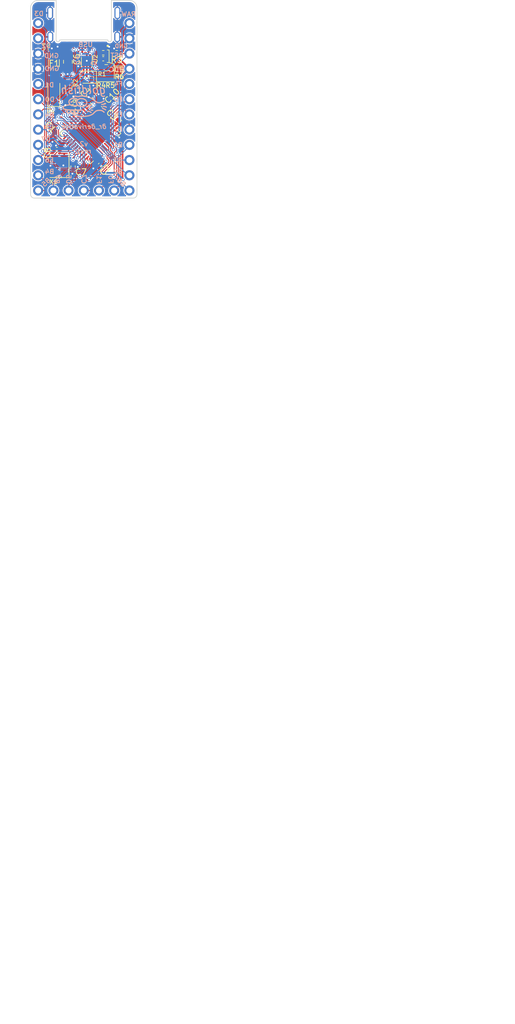
<source format=kicad_pcb>
(kicad_pcb (version 20221018) (generator pcbnew)
  (title_block (title "Goldfish v2") (date "2022-05-24") (rev "0"))
  (layers (0 "F.Cu" signal) (31 "B.Cu" signal) (34 "B.Paste" user) (35 "F.Paste" user) (36 "B.SilkS" user "B.Silkscreen") (37 "F.SilkS" user "F.Silkscreen") (38 "B.Mask" user) (39 "F.Mask" user) (44 "Edge.Cuts" user))
  (net 0 "")
  (net 1 "VCC")
  (net 2 "GND")
  (net 3 "VBUS")
  (net 4 "Net-(U1-XTAL1)")
  (net 5 "Net-(U1-XTAL2)")
  (net 6 "/D+")
  (net 7 "/D-")
  (net 8 "Net-(U1-UCAP)")
  (net 9 "Net-(U1-AREF)")
  (net 10 "/~{RESET}")
  (net 11 "/PF4")
  (net 12 "/PF5")
  (net 13 "/PF6")
  (net 14 "/PF7")
  (net 15 "/PB1")
  (net 16 "/PB3")
  (net 17 "/PB2")
  (net 18 "/PB6")
  (net 19 "/PB5")
  (net 20 "/PB4")
  (net 21 "/PE6")
  (net 22 "/PD7")
  (net 23 "/PC6")
  (net 24 "/PD4")
  (net 25 "/PD0")
  (net 26 "/PD1")
  (net 27 "/PD2")
  (net 28 "/PD3")
  (net 29 "/PF0")
  (net 30 "/PF1")
  (net 31 "/PC7")
  (net 32 "/PD5")
  (net 33 "/PB7")
  (net 34 "Net-(R4-Pad1)")
  (net 35 "/PD+")
  (net 36 "Net-(J1-CC1)")
  (net 37 "Net-(J1-CC2)")
  (net 38 "/PD-")
  (net 39 "Net-(R5-Pad2)")
  (net 40 "/RAW")
  (footprint "Goldfish_V2:TYPE-610-1.6-T3" (layer "F.Cu") (at 30 25.6 180)
    (fp_text reference "J1")
    (fp_text value "USB_C_Receptacle_16P")
    (fp_line (start -4.62 -4.5) (end -4.62 2.1) (stroke (width 0.12)) (layer "Edge.Cuts"))
    (fp_line (start -4.02 -4.5) (end 4.02 -4.5) (stroke (width 0.12)) (layer "Edge.Cuts"))
    (fp_line (start 4.62 -4.5) (end 4.62 2.1) (stroke (width 0.12)) (layer "Edge.Cuts"))
    (fp_arc (start -4.62 -4.5) (mid -4.32 -4.8) (end -4.02 -4.5) (stroke (width 0.12)) (layer "Edge.Cuts"))
    (fp_arc (start 4.02 -4.5) (mid 4.32 -4.8) (end 4.62 -4.5) (stroke (width 0.12)) (layer "Edge.Cuts"))
  )
  (footprint "Resistor_SMD:R_0402_1005Metric" (layer "F.Cu") (at 31.25 36.3375 90)
    (fp_text reference "R5")
    (fp_text value "22R")
  )
  (footprint "Capacitor_SMD:C_0402_1005Metric" (layer "F.Cu") (at 25.6 46.8 135)
    (fp_text reference "C1")
    (fp_text value "100nF")
  )
  (footprint "Resistor_SMD:R_0603_1608Metric" (layer "F.Cu") (at 27.5 37.99 90)
    (fp_text reference "R2")
    (fp_text value "5k1")
  )
  (footprint "Diode_SMD:D_SOD-123F" (layer "F.Cu") (at 25 39 90)
    (fp_text reference "D1")
    (fp_text value "D_Schottky")
  )
  (footprint "Capacitor_SMD:C_0402_1005Metric" (layer "F.Cu") (at 33.25 33.25)
    (fp_text reference "C5")
    (fp_text value "100nF")
  )
  (footprint "Resistor_SMD:R_0402_1005Metric" (layer "F.Cu") (at 35.5 32.25 180)
    (fp_text reference "R3")
    (fp_text value "10k")
  )
  (footprint "Crystal:Crystal_SMD_SeikoEpson_FA238-4Pin_3.2x2.5mm" (layer "F.Cu") (at 25.93 51.08 90)
    (fp_text reference "X1")
    (fp_text value "16MHz")
  )
  (footprint "Capacitor_SMD:C_0402_1005Metric" (layer "F.Cu") (at 25.5 48.4 180)
    (fp_text reference "C8")
    (fp_text value "15pF")
  )
  (footprint "Package_DFN_QFN:QFN-44-1EP_7x7mm_P0.5mm_EP5.2x5.2mm" (layer "F.Cu") (at 31.1 45.7 -45)
    (fp_text reference "U1")
    (fp_text value "ATmega32U4-MU")
  )
  (footprint "Goldfish_V2:Pins_x12" (layer "F.Cu") (at 37.62 27.3)
    (fp_text reference "J3" hide)
    (fp_text value "Conn_01x12" hide)
  )
  (footprint "Capacitor_SMD:C_0402_1005Metric" (layer "F.Cu") (at 28.21 51.21 -90)
    (fp_text reference "C7")
    (fp_text value "15pF")
  )
  (footprint "Resistor_SMD:R_0402_1005Metric" (layer "F.Cu") (at 33.25 32.25 180)
    (fp_text reference "R6")
    (fp_text value "10k")
  )
  (footprint "Goldfish_V2:Pins_x05" (layer "F.Cu") (at 35.08 55.24 -90)
    (fp_text reference "J5" hide)
    (fp_text value "Conn_01x05" hide)
  )
  (footprint "Fuse:Fuse_1206_3216Metric" (layer "F.Cu") (at 25 34 -90)
    (fp_text reference "F1")
    (fp_text value "500mA")
  )
  (footprint "Capacitor_SMD:C_0402_1005Metric" (layer "F.Cu") (at 32.75 51 -135)
    (fp_text reference "C2")
    (fp_text value "100nF")
  )
  (footprint "Capacitor_SMD:C_0402_1005Metric" (layer "F.Cu") (at 36 43.75 135)
    (fp_text reference "C3")
    (fp_text value "100nF")
  )
  (footprint "Goldfish_V2:Pins_x12" (layer "F.Cu") (at 22.38 55.24 180)
    (fp_text reference "J4" hide)
    (fp_text value "Conn_01x12" hide)
  )
  (footprint "Capacitor_SMD:C_0402_1005Metric" (layer "F.Cu") (at 31.75 39.5 135)
    (fp_text reference "C4")
    (fp_text value "100nF")
  )
  (footprint "Capacitor_SMD:C_0603_1608Metric" (layer "F.Cu") (at 27.5 41 90)
    (fp_text reference "C9")
    (fp_text value "1uF")
  )
  (footprint "Package_TO_SOT_SMD:SOT-666" (layer "F.Cu") (at 30.5 33.8375 -90)
    (fp_text reference "U2")
    (fp_text value "USBLC6-2P6")
  )
  (footprint "Capacitor_SMD:C_0805_2012Metric" (layer "F.Cu") (at 27.35 33.75 -90)
    (fp_text reference "C6")
    (fp_text value "4.7uF")
  )
  (footprint "Resistor_SMD:R_0603_1608Metric" (layer "F.Cu") (at 33.75 34.75)
    (fp_text reference "R1")
    (fp_text value "5k1")
  )
  (footprint "Resistor_SMD:R_0402_1005Metric" (layer "F.Cu") (at 29.75 36.3375 -90)
    (fp_text reference "R4")
    (fp_text value "22R")
  )
  (footprint "Capacitor_SMD:C_0402_1005Metric" (layer "F.Cu") (at 33.25 41 135)
    (fp_text reference "C10")
    (fp_text value "100nF")
  )
  (footprint "Goldfish Logo:Goldfish_Silkscreen" (layer "B.Cu") (at 30.166448 41.39637 180)
    (fp_text reference "G***" hide)
    (fp_text value "LOGO" hide)
  )
  (gr_line (start 35.1 34.15) (end 34.23 33.87) (stroke (width 0.12)) (layer "F.SilkS"))
  (gr_line (start 32.12 35.46) (end 32.12 35.32) (stroke (width 0.12)) (layer "F.SilkS"))
  (gr_line (start 32.12 38.19) (end 32.12 37.08) (stroke (width 0.12)) (layer "F.SilkS"))
  (gr_line (start 34.23 33.87) (end 34.23 31.78) (stroke (width 0.12)) (layer "F.SilkS"))
  (gr_line (start 35.1 36.55) (end 35.1 34.58) (stroke (width 0.12)) (layer "F.SilkS"))
  (gr_line (start 35.1 34.58) (end 35.1 34.45) (stroke (width 0.12)) (layer "F.SilkS"))
  (gr_line (start 34.23 33.87) (end 33.9 33.87) (stroke (width 0.12)) (layer "F.SilkS"))
  (gr_line (start 32.12 37.08) (end 35.11 37.08) (stroke (width 0.12)) (layer "F.SilkS"))
  (gr_line (start 32.1 37.33) (end 29.84 37.33) (stroke (width 0.12)) (layer "F.SilkS"))
  (gr_line (start 35.1 34.45) (end 36.58 34.45) (stroke (width 0.12)) (layer "F.SilkS"))
  (gr_line (start 32.12 37.08) (end 32.12 35.46) (stroke (width 0.12)) (layer "F.SilkS"))
  (gr_line (start 32.12 35.32) (end 29.24 35.32) (stroke (width 0.12)) (layer "F.SilkS"))
  (gr_line (start 34.23 31.78) (end 33.92 31.78) (stroke (width 0.12)) (layer "F.SilkS"))
  (gr_line (start 35.1 34.45) (end 35.1 34.15) (stroke (width 0.12)) (layer "F.SilkS"))
  (gr_arc (start 38.89 55.875) (mid 38.704013 56.324013) (end 38.255 56.51) (stroke (width 0.12)) (layer "Edge.Cuts"))
  (gr_line (start 38.255 56.51) (end 21.745 56.51) (stroke (width 0.12)) (layer "Edge.Cuts"))
  (gr_line (start 37.62 23.5) (end 34.62 23.5) (stroke (width 0.12)) (layer "Edge.Cuts"))
  (gr_arc (start 21.11 24.76) (mid 21.485489 23.868418) (end 22.38 23.499961) (stroke (width 0.12)) (layer "Edge.Cuts"))
  (gr_line (start 38.89 24.77) (end 38.89 55.875) (stroke (width 0.12)) (layer "Edge.Cuts"))
  (gr_arc (start 37.62 23.5) (mid 38.518026 23.871974) (end 38.89 24.77) (stroke (width 0.12)) (layer "Edge.Cuts"))
  (gr_arc (start 21.745 56.51) (mid 21.295987 56.324013) (end 21.11 55.875) (stroke (width 0.12)) (layer "Edge.Cuts"))
  (gr_line (start 22.38 23.5) (end 25.38 23.5) (stroke (width 0.12)) (layer "Edge.Cuts"))
  (gr_line (start 21.11 55.875) (end 21.11 24.76) (stroke (width 0.12)) (layer "Edge.Cuts"))
  (gr_text "D+" (at 29.07 32.44 270) (layer "B.SilkS") (effects (font (size 0.75 0.8)) (justify right mirror)))
  (gr_text "USB" (at 30.3 30.89) (layer "B.SilkS") (effects (font (size 0.75 0.8)) (justify mirror)))
  (gr_text "D0" (at 23.45 40.05) (layer "B.SilkS") (effects (font (size 0.75 0.8)) (justify right mirror)))
  (gr_text "VCC" (at 36.65 35.06) (layer "B.SilkS") (effects (font (size 0.75 0.8)) (justify left mirror)))
  (gr_text "B4" (at 23.396 52.1) (layer "B.SilkS") (effects (font (size 0.75 0.8)) (justify right mirror)))
  (gr_text "F7" (at 36.58 45.02) (layer "B.SilkS") (effects (font (size 0.75 0.8)) (justify left mirror)))
  (gr_text "F6" (at 36.604 42.54) (layer "B.SilkS") (effects (font (size 0.75 0.8)) (justify left mirror)))
  (gr_text "C7" (at 30 54.224 -90) (layer "B.SilkS") (effects (font (size 0.75 0.8)) (justify left mirror)))
  (gr_text "GND" (at 37.42 31.13) (layer "B.SilkS") (effects (font (size 0.65 0.7)) (justify left mirror)))
  (gr_text "B1" (at 36.604 47.62) (layer "B.SilkS") (effects (font (size 0.75 0.8)) (justify left mirror)))
  (gr_text "B5" (at 23.1 54.5 45) (layer "B.SilkS") (effects (font (size 0.75 0.8)) (justify right mirror)))
  (gr_text "GND" (at 23.29 32.75) (layer "B.SilkS") (effects (font (size 0.75 0.8)) (justify right mirror)))
  (gr_text "D3" (at 21.62 25.72) (layer "B.SilkS") (effects (font (size 0.75 0.8)) (justify right mirror)))
  (gr_text "D7" (at 22.79 46.68) (layer "B.SilkS") (effects (font (size 0.75 0.8)) (justify right mirror)))
  (gr_text "∂r_∂erivative" (at 30.04 44.57) (layer "B.SilkS") (effects (font (size 0.75 0.8) (thickness 0.15) italic) (justify mirror)))
  (gr_text "D4" (at 23.37 42.64) (layer "B.SilkS") (effects (font (size 0.75 0.8)) (justify right mirror)))
  (gr_text "goldfish" (at 29.95 38.43) (layer "B.SilkS") (effects (font (size 1.4 1.25) (thickness 0.2) italic) (justify mirror)))
  (gr_text "B6" (at 36.9 54.5 -45) (layer "B.SilkS") (effects (font (size 0.75 0.8)) (justify left mirror)))
  (gr_text "RAW" (at 37.5 25.8) (layer "B.SilkS") (effects (font (size 0.75 0.8)) (justify mirror)))
  (gr_text "D1" (at 23.356 37.62) (layer "B.SilkS") (effects (font (size 0.75 0.8)) (justify right mirror)))
  (gr_text "C6" (at 23.32 44.57) (layer "B.SilkS") (effects (font (size 0.75 0.8)) (justify right mirror)))
  (gr_text "RST" (at 36.74 32.7) (layer "B.SilkS") (effects (font (size 0.75 0.8)) (justify left mirror)))
  (gr_text "F4" (at 36.604 37.46) (layer "B.SilkS") (effects (font (size 0.75 0.8)) (justify left mirror)))
  (gr_text "B7" (at 25.5 54.224 -90) (layer "B.SilkS") (effects (font (size 0.75 0.8)) (justify left mirror)))
  (gr_text "F0" (at 34.5 54.224 -90) (layer "B.SilkS") (effects (font (size 0.75 0.8)) (justify left mirror)))
  (gr_text "D2" (at 22.83 31.06) (layer "B.SilkS") (effects (font (size 0.75 0.8)) (justify right mirror)))
  (gr_text "D-" (at 31.57 32.45 270) (layer "B.SilkS") (effects (font (size 0.75 0.8)) (justify right mirror)))
  (gr_text "B3" (at 36.604 50.16) (layer "B.SilkS") (effects (font (size 0.75 0.8)) (justify left mirror)))
  (gr_text "v2\nrev1" (at 30 48.08) (layer "B.SilkS") (effects (font (size 0.75 0.8)) (justify mirror)))
  (gr_text "GND" (at 23.36 34.89) (layer "B.SilkS") (effects (font (size 0.75 0.8)) (justify right mirror)))
  (gr_text "B2" (at 36.604 52.1) (layer "B.SilkS") (effects (font (size 0.75 0.8)) (justify left mirror)))
  (gr_text "E6" (at 23.396 50.16) (layer "B.SilkS") (effects (font (size 0.75 0.8)) (justify right mirror)))
  (gr_text "F1" (at 32.54 54.224 -90) (layer "B.SilkS") (effects (font (size 0.75 0.8)) (justify left mirror)))
  (gr_text "F5" (at 36.604 40) (layer "B.SilkS") (effects (font (size 0.75 0.8)) (justify left mirror)))
  (gr_text "D5" (at 27.46 54.224 -90) (layer "B.SilkS") (effects (font (size 0.75 0.8)) (justify left mirror)))
  (segment (start 30.79 53.49) (end 30.89 53.39) (width 0.3) (layer "F.Cu") (net 1))
  (segment (start 26.904016 47.64384) (end 26.904016 47.454016) (width 0.3) (layer "F.Cu") (net 1))
  (segment (start 27.03484 47.64384) (end 27.679371 46.999309) (width 0.3) (layer "F.Cu") (net 1))
  (segment (start 34.99 32.29) (end 37.62 34.92) (width 0.3) (layer "F.Cu") (net 1))
  (segment (start 23.93 53.49) (end 30.79 53.49) (width 0.3) (layer "F.Cu") (net 1))
  (segment (start 33.089411 50.660589) (end 33.089411 50.517838) (width 0.25) (layer "F.Cu") (net 1))
  (segment (start 34.99 32.25) (end 34.99 32.29) (width 0.3) (layer "F.Cu") (net 1))
  (segment (start 23.53 49.41033) (end 23.53 53.09) (width 0.3) (layer "F.Cu") (net 1))
  (segment (start 33.402487 50.347513) (end 33.692487 50.347513) (width 0.25) (layer "F.Cu") (net 1))
  (segment (start 36.47 53.307483) (end 36.57 53.407483) (width 0.3) (layer "F.Cu") (net 1))
  (segment (start 32.096972 39.846972) (end 32.089411 39.839411) (width 0.3) (layer "F.Cu") (net 1))
  (segment (start 36.47 46.681109) (end 36.47 53.307483) (width 0.3) (layer "F.Cu") (net 1))
  (segment (start 35.848822 44.58) (end 36.339411 44.089411) (width 0.3) (layer "F.Cu") (net 1))
  (segment (start 36.610884 46.540225) (end 36.47 46.681109) (width 0.3) (layer "F.Cu") (net 1))
  (segment (start 26.904016 47.454016) (end 26.81 47.36) (width 0.3) (layer "F.Cu") (net 1))
  (segment (start 35.52 45.400062) (end 35.227736 45.107798) (width 0.3) (layer "F.Cu") (net 1))
  (segment (start 33.089411 50.517838) (end 32.045755 49.474182) (width 0.25) (layer "F.Cu") (net 1))
  (segment (start 32.096972 41.203309) (end 32.096972 39.846972) (width 0.3) (layer "F.Cu") (net 1))
  (segment (start 32.089411 39.839411) (end 32.59087 39.839411) (width 0.3) (layer "F.Cu") (net 1))
  (segment (start 26.16 47.36) (end 26.81 47.36) (width 0.3) (layer "F.Cu") (net 1))
  (segment (start 35.227736 45.107798) (end 35.755534 44.58) (width 0.3) (layer "F.Cu") (net 1))
  (segment (start 23.53 53.09) (end 23.93 53.49) (width 0.3) (layer "F.Cu") (net 1))
  (segment (start 35.52 45.69) (end 36.089999 45.69) (width 0.3) (layer "F.Cu") (net 1))
  (segment (start 25 40.4) (end 26.1 40.4) (width 0.3) (layer "F.Cu") (net 1))
  (segment (start 26.904016 47.64384) (end 27.03484 47.64384) (width 0.3) (layer "F.Cu") (net 1))
  (segment (start 33.089411 50.660589) (end 33.402487 50.347513) (width 0.25) (layer "F.Cu") (net 1))
  (segment (start 36.089999 45.69) (end 36.610884 46.210885) (width 0.3) (layer "F.Cu") (net 1))
  (segment (start 36.610884 46.210885) (end 36.610884 46.540225) (width 0.3) (layer "F.Cu") (net 1))
  (segment (start 31.692202 41.572264) (end 31.728017 41.572264) (width 0.3) (layer "F.Cu") (net 1))
  (segment (start 32.59087 39.839411) (end 37.510281 34.92) (width 0.3) (layer "F.Cu") (net 1))
  (segment (start 35.755534 44.58) (end 35.848822 44.58) (width 0.3) (layer "F.Cu") (net 1))
  (segment (start 25.939411 47.139411) (end 26.16 47.36) (width 0.3) (layer "F.Cu") (net 1))
  (segment (start 24.230004 47.71) (end 24.230004 48.710326) (width 0.3) (layer "F.Cu") (net 1))
  (segment (start 26.1 40.4) (end 26.130357 40.430357) (width 0.3) (layer "F.Cu") (net 1))
  (segment (start 37.510281 34.92) (end 37.62 34.92) (width 0.3) (layer "F.Cu") (net 1))
  (segment (start 24.230004 48.710326) (end 23.53 49.41033) (width 0.3) (layer "F.Cu") (net 1))
  (segment (start 35.52 45.400062) (end 35.52 45.69) (width 0.3) (layer "F.Cu") (net 1))
  (segment (start 31.728017 41.572264) (end 32.096972 41.203309) (width 0.3) (layer "F.Cu") (net 1))
  (via (at 36.57 53.407483) (size 0.5) (drill 0.3) (layers "F.Cu" "B.Cu") (net 1))
  (via (at 33.692487 50.347513) (size 0.5) (drill 0.3) (layers "F.Cu" "B.Cu") (net 1))
  (via (at 35.52 45.69) (size 0.5) (drill 0.3) (layers "F.Cu" "B.Cu") (net 1))
  (via (at 30.89 53.39) (size 0.5) (drill 0.3) (layers "F.Cu" "B.Cu") (net 1))
  (via (at 24.230004 47.71) (size 0.5) (drill 0.3) (layers "F.Cu" "B.Cu") (net 1))
  (via (at 26.904016 47.64384) (size 0.5) (drill 0.3) (layers "F.Cu" "B.Cu") (net 1))
  (via (at 26.130357 40.430357) (size 0.5) (drill 0.3) (layers "F.Cu" "B.Cu") (net 1))
  (segment (start 36.5 36.04) (end 37.62 34.92) (width 0.3) (layer "B.Cu") (net 1))
  (segment (start 31.98 52.3) (end 35.462517 52.3) (width 0.3) (layer "B.Cu") (net 1))
  (segment (start 30.89 53.39) (end 31.98 52.3) (width 0.3) (layer "B.Cu") (net 1))
  (segment (start 25.06 46.56) (end 24.54 46.56) (width 0.3) (layer "B.Cu") (net 1))
  (segment (start 35.462517 52.3) (end 36.57 53.407483) (width 0.3) (layer "B.Cu") (net 1))
  (segment (start 26.130357 40.430357) (end 26.130357 40.092536) (width 0.3) (layer "B.Cu") (net 1))
  (segment (start 26.130357 40.092536) (end 30.392893 35.83) (width 0.3) (layer "B.Cu") (net 1))
  (segment (start 24.54 46.56) (end 23.94 47.16) (width 0.3) (layer "B.Cu") (net 1))
  (segment (start 26.904016 47.64384) (end 26.14384 47.64384) (width 0.3) (layer "B.Cu") (net 1))
  (segment (start 33.692487 50.617513) (end 30.92 53.39) (width 0.3) (layer "B.Cu") (net 1))
  (segment (start 35.52 45.69) (end 35.94 45.27) (width 0.3) (layer "B.Cu") (net 1))
  (segment (start 33.692487 50.347513) (end 33.692487 50.617513) (width 0.3) (layer "B.Cu") (net 1))
  (segment (start 26.14384 47.64384) (end 25.06 46.56) (width 0.3) (layer "B.Cu") (net 1))
  (segment (start 31.27 36.04) (end 36.5 36.04) (width 0.3) (layer "B.Cu") (net 1))
  (segment (start 31.06 35.83) (end 31.27 36.04) (width 0.3) (layer "B.Cu") (net 1))
  (segment (start 23.94 47.419996) (end 24.230004 47.71) (width 0.3) (layer "B.Cu") (net 1))
  (segment (start 35.94 45.27) (end 35.94 36.6) (width 0.3) (layer "B.Cu") (net 1))
  (segment (start 35.94 36.6) (end 37.62 34.92) (width 0.3) (layer "B.Cu") (net 1))
  (segment (start 30.92 53.39) (end 30.89 53.39) (width 0.3) (layer "B.Cu") (net 1))
  (segment (start 30.392893 35.83) (end 31.06 35.83) (width 0.3) (layer "B.Cu") (net 1))
  (segment (start 23.94 47.16) (end 23.94 47.419996) (width 0.3) (layer "B.Cu") (net 1))
  (segment (start 29.093585 42.986478) (end 31.1 44.992893) (width 0.25) (layer "F.Cu") (net 2))
  (segment (start 34.575 34.095) (end 33.73 33.25) (width 0.3) (layer "F.Cu") (net 2))
  (segment (start 33.73 32.28) (end 33.76 32.25) (width 0.3) (layer "F.Cu") (net 2))
  (segment (start 34.575 34.75) (end 34.575 34.095) (width 0.3) (layer "F.Cu") (net 2))
  (segment (start 30.5 32.9125) (end 30.5 33.5875) (width 0.3) (layer "F.Cu") (net 2))
  (segment (start 26.675 30.8) (end 26.05 30.8) (width 0.3) (layer "F.Cu") (net 2))
  (segment (start 32.910589 40.660589) (end 32.910589 40.299411) (width 0.25) (layer "F.Cu") (net 2))
  (segment (start 31.1 42.871573) (end 31.1 45.7) (width 0.25) (layer "F.Cu") (net 2))
  (segment (start 25.02 48.4) (end 25.02 48.061101) (width 0.3) (layer "F.Cu") (net 2))
  (segment (start 26.05 30.8) (end 25.62 31.23) (width 0.3) (layer "F.Cu") (net 2))
  (segment (start 28.925002 38.815) (end 29.000002 38.89) (width 0.5) (layer "F.Cu") (net 2))
  (segment (start 31.410589 39.160589) (end 32.460798 39.160589) (width 0.3) (layer "F.Cu") (net 2))
  (segment (start 32.910589 41.060984) (end 32.910589 40.660589) (width 0.25) (layer "F.Cu") (net 2))
  (segment (start 34.635534 45.7) (end 31.1 45.7) (width 0.25) (layer "F.Cu") (net 2))
  (segment (start 31.319411 39.160589) (end 30.83 39.65) (width 0.3) (layer "F.Cu") (net 2))
  (segment (start 25.260589 46.460589) (end 24.764138 46.95704) (width 0.3) (layer "F.Cu") (net 2))
  (segment (start 33.73 33.25) (end 33.73 32.28) (width 0.3) (layer "F.Cu") (net 2))
  (segment (start 34.79 31.25) (end 35.07 31.53) (width 0.3) (layer "F.Cu") (net 2))
  (segment (start 28.032924 47.352862) (end 29.685786 45.7) (width 0.25) (layer "F.Cu") (net 2))
  (segment (start 34.250028 31.25) (end 34.235028 31.235) (width 0.3) (layer "F.Cu") (net 2))
  (segment (start 34.874182 44.754245) (end 33.928427 45.7) (width 0.25) (layer "F.Cu") (net 2))
  (segment (start 35.227736 46.292202) (end 34.635534 45.7) (width 0.25) (layer "F.Cu") (net 2))
  (segment (start 32.910589 40.299411) (end 33.3 39.91) (width 0.25) (layer "F.Cu") (net 2))
  (segment (start 31.692202 49.827736) (end 31.1 49.235534) (width 0.25) (layer "F.Cu") (net 2))
  (segment (start 29.000002 38.00071) (end 29.458893 37.541819) (width 0.5) (layer "F.Cu") (net 2))
  (segment (start 32.410589 51.339411) (end 32.410589 50.540589) (width 0.25) (layer "F.Cu") (net 2))
  (segment (start 34.874182 44.754245) (end 35.660589 43.967838) (width 0.25) (layer "F.Cu") (net 2))
  (segment (start 25.02 48.061101) (end 25.352119 47.728982) (width 0.3) (layer "F.Cu") (net 2))
  (segment (start 31.1 44.992893) (end 31.1 45.7) (width 0.25) (layer "F.Cu") (net 2))
  (segment (start 35.851647 46.292202) (end 35.935 46.375555) (width 0.25) (layer "F.Cu") (net 2))
  (segment (start 24.764138 46.95704) (end 24.764138 47.11368) (width 0.3) (layer "F.Cu") (net 2))
  (segment (start 25.12 51.109503) (end 24.428003 51.109503) (width 0.3) (layer "F.Cu") (net 2))
  (segment (start 33.325 30.8) (end 33.76 31.235) (width 0.3) (layer "F.Cu") (net 2))
  (segment (start 26.6 51.0405) (end 26.6 50) (width 0.3) (layer "F.Cu") (net 2))
  (segment (start 30.83 39.65) (end 30.82 39.65) (width 0.3) (layer "F.Cu") (net 2))
  (segment (start 28.1 51.68) (end 28.1 52.435014) (width 0.3) (layer "F.Cu") (net 2))
  (segment (start 27.299998 35.150002) (end 27.299998 35.8) (width 0.3) (layer "F.Cu") (net 2))
  (segment (start 33.76 31.235) (end 34.235028 31.235) (width 0.3) (layer "F.Cu") (net 2))
  (segment (start 25.12 52.08) (end 25.12 51.109503) (width 0.3) (layer "F.Cu") (net 2))
  (segment (start 32.410589 51.339411) (end 31.820589 51.339411) (width 0.25) (layer "F.Cu") (net 2))
  (segment (start 27.5 38.815) (end 28.925002 38.815) (width 0.5) (layer "F.Cu") (net 2))
  (segment (start 27.75 34.7) (end 27.299998 35.150002) (width 0.3) (layer "F.Cu") (net 2))
  (segment (start 26.59 51.0505) (end 26.6 51.0405) (width 0.3) (layer "F.Cu") (net 2))
  (segment (start 31.820589 51.339411) (end 31.6 51.56) (width 0.25) (layer "F.Cu") (net 2))
  (segment (start 31.410589 39.160589) (end 31.319411 39.160589) (width 0.3) (layer "F.Cu") (net 2))
  (segment (start 32.045755 41.925818) (end 31.1 42.871573) (width 0.25) (layer "F.Cu") (net 2))
  (segment (start 35.660589 43.967838) (end 35.660589 43.410589) (width 0.25) (layer "F.Cu") (net 2))
  (segment (start 32.045755 41.925818) (end 32.910589 41.060984) (width 0.25) (layer "F.Cu") (net 2))
  (segment (start 29.685786 45.7) (end 31.1 45.7) (width 0.25) (layer "F.Cu") (net 2))
  (segment (start 31.1 49.235534) (end 31.1 45.7) (width 0.25) (layer "F.Cu") (net 2))
  (segment (start 25.62 31.23) (end 24.949998 31.23) (width 0.3) (layer "F.Cu") (net 2))
  (segment (start 32.460798 39.160589) (end 32.468873 39.168664) (width 0.3) (layer "F.Cu") (net 2))
  (segment (start 24.949998 31.23) (end 24.659998 31.52) (width 0.3) (layer "F.Cu") (net 2))
  (segment (start 33.76 32.25) (end 33.76 31.235) (width 0.3) (layer "F.Cu") (net 2))
  (segment (start 29.000002 38.89) (end 29.000002 38.00071) (width 0.5) (layer "F.Cu") (net 2))
  (segment (start 34.250028 31.25) (end 34.79 31.25) (width 0.3) (layer "F.Cu") (net 2))
  (segment (start 31.697736 49.827736) (end 31.692202 49.827736) (width 0.25) (layer "F.Cu") (net 2))
  (segment (start 32.410589 50.540589) (end 31.697736 49.827736) (width 0.25) (layer "F.Cu") (net 2))
  (segment (start 35.227736 46.292202) (end 35.851647 46.292202) (width 0.25) (layer "F.Cu") (net 2))
  (segment (start 25 52.2) (end 25.12 52.08) (width 0.3) (layer "F.Cu") (net 2))
  (segment (start 33.928427 45.7) (end 31.1 45.7) (width 0.25) (layer "F.Cu") (net 2))
  (via (at 31.60191 37.709447) (size 0.5) (drill 0.3) (layers "F.Cu" "B.Cu") (net 2))
  (via (at 29.000002 38.89) (size 0.5) (drill 0.3) (layers "F.Cu" "B.Cu") (net 2))
  (via (at 29.07 34.5) (size 0.5) (drill 0.3) (layers "F.Cu" "B.Cu") (net 2))
  (via (at 25.62 31.23) (size 0.5) (drill 0.3) (layers "F.Cu" "B.Cu") (net 2))
  (via (at 26.91 40.99) (size 0.5) (drill 0.3) (layers "F.Cu" "B.Cu") (net 2))
  (via (at 24.659998 31.52) (size 0.5) (drill 0.3) (layers "F.Cu" "B.Cu") (net 2))
  (via (at 34.250028 31.25) (size 0.5) (drill 0.3) (layers "F.Cu" "B.Cu") (net 2))
  (via (at 30.83 39.65) (size 0.5) (drill 0.3) (layers "F.Cu" "B.Cu") (net 2))
  (via (at 35.07 31.53) (size 0.5) (drill 0.3) (layers "F.Cu" "B.Cu") (net 2))
  (via (at 31.6 51.56) (size 0.5) (drill 0.3) (layers "F.Cu" "B.Cu") (net 2))
  (via (at 32.468873 39.168664) (size 0.5) (drill 0.3) (layers "F.Cu" "B.Cu") (net 2))
  (via (at 26.59 51.0505) (size 0.5) (drill 0.3) (layers "F.Cu" "B.Cu") (net 2))
  (via (at 25.352119 47.728982) (size 0.5) (drill 0.3) (layers "F.Cu" "B.Cu") (net 2))
  (via (at 28.1 52.435014) (size 0.5) (drill 0.3) (layers "F.Cu" "B.Cu") (net 2))
  (via (at 35.935 46.375555) (size 0.5) (drill 0.3) (layers "F.Cu" "B.Cu") (net 2))
  (via (at 29 51.3) (size 0.5) (drill 0.3) (layers "F.Cu" "B.Cu") (net 2))
  (via (at 33.3 39.91) (size 0.5) (drill 0.3) (layers "F.Cu" "B.Cu") (net 2))
  (via (at 24.764138 47.11368) (size 0.5) (drill 0.3) (layers "F.Cu" "B.Cu") (net 2))
  (via (at 24.428003 51.109503) (size 0.5) (drill 0.3) (layers "F.Cu" "B.Cu") (net 2))
  (via (at 30.83 39.65) (size 0.5) (drill 0.3) (layers "F.Cu" "B.Cu") (net 2))
  (via (at 27.299998 35.8) (size 0.5) (drill 0.3) (layers "F.Cu" "B.Cu") (net 2))
  (via (at 28.25 39.54) (size 0.5) (drill 0.3) (layers "F.Cu" "B.Cu") (net 2))
  (via (at 30.5 33.5875) (size 0.5) (drill 0.3) (layers "F.Cu" "B.Cu") (net 2))
  (via (at 29.458893 37.541819) (size 0.5) (drill 0.3) (layers "F.Cu" "B.Cu") (net 2))
  (segment (start 30.1875 33.9) (end 30.5 33.5875) (width 0.5) (layer "B.Cu") (net 2))
  (segment (start 29.67 33.9) (end 30.1875 33.9) (width 0.5) (layer "B.Cu") (net 2))
  (segment (start 29.07 34.5) (end 29.67 33.9) (width 0.5) (layer "B.Cu") (net 2))
  (segment (start 28.386478 43.693585) (end 27.633687 42.940794) (width 0.25) (layer "F.Cu") (net 3))
  (segment (start 30.5 36.46) (end 30.5 34.7625) (width 0.25) (layer "F.Cu") (net 3))
  (segment (start 29.67 41.441573) (end 29.67 40.815) (width 0.25) (layer "F.Cu") (net 3))
  (segment (start 27.633687 42.940794) (end 27.633687 42.658812) (width 0.25) (layer "F.Cu") (net 3))
  (segment (start 25 32.6) (end 25 32.5) (width 0.3) (layer "F.Cu") (net 3))
  (segment (start 30.154245 41.925818) (end 29.67 41.441573) (width 0.25) (layer "F.Cu") (net 3))
  (segment (start 30.532175 36.492175) (end 30.5 36.46) (width 0.25) (layer "F.Cu") (net 3))
  (via (at 27.633687 42.658812) (size 0.5) (drill 0.3) (layers "F.Cu" "B.Cu") (net 3))
  (via (at 29.67 40.815) (size 0.5) (drill 0.3) (layers "F.Cu" "B.Cu") (net 3))
  (via (at 30.532175 36.492175) (size 0.5) (drill 0.3) (layers "F.Cu" "B.Cu") (net 3))
  (segment (start 31.93 40.45) (end 31.93 38.54) (width 0.25) (layer "B.Cu") (net 3))
  (segment (start 31.329509 40.450491) (end 31.929509 40.450491) (width 0.25) (layer "B.Cu") (net 3))
  (segment (start 29.67 40.815) (end 29.725 40.76) (width 0.25) (layer "B.Cu") (net 3))
  (segment (start 32.06 37.26) (end 31.78 36.98) (width 0.25) (layer "B.Cu") (net 3))
  (segment (start 31.78 36.98) (end 31.020396 36.98) (width 0.25) (layer "B.Cu") (net 3))
  (segment (start 32.35 37.56) (end 32.06 37.27) (width 0.25) (layer "B.Cu") (net 3))
  (segment (start 31.929509 40.450491) (end 31.93 40.45) (width 0.25) (layer "B.Cu") (net 3))
  (segment (start 31.020396 36.98) (end 31.020198 36.980198) (width 0.25) (layer "B.Cu") (net 3))
  (segment (start 31.020198 36.980198) (end 30.532175 36.492175) (width 0.25) (layer "B.Cu") (net 3))
  (segment (start 29.67 42.29) (end 29.301188 42.658812) (width 0.25) (layer "B.Cu") (net 3))
  (segment (start 29.67 40.815) (end 29.67 42.29) (width 0.25) (layer "B.Cu") (net 3))
  (segment (start 31.02 40.76) (end 31.329509 40.450491) (width 0.25) (layer "B.Cu") (net 3))
  (segment (start 29.725 40.76) (end 31.02 40.76) (width 0.25) (layer "B.Cu") (net 3))
  (segment (start 32.06 37.27) (end 32.06 37.26) (width 0.25) (layer "B.Cu") (net 3))
  (segment (start 32.35 38.12) (end 32.35 37.56) (width 0.25) (layer "B.Cu") (net 3))
  (segment (start 31.93 38.54) (end 32.35 38.12) (width 0.25) (layer "B.Cu") (net 3))
  (segment (start 29.301188 42.658812) (end 27.633687 42.658812) (width 0.25) (layer "B.Cu") (net 3))
  (segment (start 27.555 49.028248) (end 27.555 50.075) (width 0.15) (layer "F.Cu") (net 4))
  (segment (start 27.555 50.075) (end 28.21 50.73) (width 0.15) (layer "F.Cu") (net 4))
  (segment (start 26.65 52.2) (end 26.6 52.2) (width 0.15) (layer "F.Cu") (net 4))
  (segment (start 27.833248 48.75) (end 28.05 48.75) (width 0.15) (layer "F.Cu") (net 4))
  (segment (start 27.555 49.028248) (end 27.833248 48.75) (width 0.15) (layer "F.Cu") (net 4))
  (segment (start 28.12 50.73) (end 26.65 52.2) (width 0.15) (layer "F.Cu") (net 4))
  (segment (start 28.21 50.73) (end 28.12 50.73) (width 0.15) (layer "F.Cu") (net 4))
  (segment (start 28.05 48.75) (end 28.740031 48.059969) (width 0.15) (layer "F.Cu") (net 4))
  (segment (start 27.33 48.72) (end 28.343585 47.706415) (width 0.15) (layer "F.Cu") (net 5))
  (segment (start 26.3 48.72) (end 27.33 48.72) (width 0.15) (layer "F.Cu") (net 5))
  (segment (start 25 50) (end 25 49.38) (width 0.15) (layer "F.Cu") (net 5))
  (segment (start 25 49.38) (end 25.98 48.4) (width 0.15) (layer "F.Cu") (net 5))
  (segment (start 28.343585 47.706415) (end 28.386478 47.706415) (width 0.15) (layer "F.Cu") (net 5))
  (segment (start 25.98 48.4) (end 26.3 48.72) (width 0.15) (layer "F.Cu") (net 5))
  (segment (start 30.25 30.8) (end 30.25 31.75) (width 0.3) (layer "F.Cu") (net 6))
  (segment (start 29.25 31.649994) (end 29.25 30.85) (width 0.3) (layer "F.Cu") (net 6))
  (segment (start 29.1 32.637107) (end 29.450393 32.9875) (width 0.3) (layer "F.Cu") (net 6))
  (segment (start 29.149994 31.75) (end 29.1 31.799994) (width 0.3) (layer "F.Cu") (net 6))
  (segment (start 29.450393 32.9875) (end 29.9625 32.9875) (width 0.3) (layer "F.Cu") (net 6))
  (segment (start 29.149994 31.75) (end 29.25 31.649994) (width 0.3) (layer "F.Cu") (net 6))
  (segment (start 29.1 31.799994) (end 29.1 32.637107) (width 0.3) (layer "F.Cu") (net 6))
  (via (at 30.25 31.75) (size 0.5) (drill 0.3) (layers "F.Cu" "B.Cu") (net 6))
  (via (at 29.149994 31.75) (size 0.5) (drill 0.3) (layers "F.Cu" "B.Cu") (net 6))
  (segment (start 30.25 31.75) (end 29.149994 31.75) (width 0.3) (layer "B.Cu") (net 6))
  (segment (start 31.04 32.985) (end 31.0375 32.9875) (width 0.3) (layer "F.Cu") (net 7))
  (segment (start 29.75 30.8) (end 29.75 32.27) (width 0.3) (layer "F.Cu") (net 7))
  (segment (start 31.04 32.35) (end 31.04 32.985) (width 0.3) (layer "F.Cu") (net 7))
  (segment (start 31.04 32.35) (end 30.75 32.06) (width 0.3) (layer "F.Cu") (net 7))
  (segment (start 30.75 32.06) (end 30.75 30.85) (width 0.3) (layer "F.Cu") (net 7))
  (via (at 31.04 32.35) (size 0.5) (drill 0.3) (layers "F.Cu" "B.Cu") (net 7))
  (via (at 29.6 32.43) (size 0.5) (drill 0.3) (layers "F.Cu" "B.Cu") (net 7))
  (segment (start 30.96 32.43) (end 29.6 32.43) (width 0.3) (layer "B.Cu") (net 7))
  (segment (start 31.04 32.35) (end 30.96 32.43) (width 0.3) (layer "B.Cu") (net 7))
  (segment (start 28.2 42.8) (end 28.740031 43.340031) (width 0.25) (layer "F.Cu") (net 8))
  (segment (start 27.841011 42.025) (end 28.2 42.383989) (width 0.25) (layer "F.Cu") (net 8))
  (segment (start 27.25 42.025) (end 27.841011 42.025) (width 0.25) (layer "F.Cu") (net 8))
  (segment (start 28.2 42.383989) (end 28.2 42.8) (width 0.25) (layer "F.Cu") (net 8))
  (segment (start 32.399309 42.279371) (end 33.339269 41.339411) (width 0.15) (layer "F.Cu") (net 9))
  (segment (start 33.339269 41.339411) (end 33.589411 41.339411) (width 0.15) (layer "F.Cu") (net 9))
  (segment (start 36.14 32.38) (end 37.62 32.38) (width 0.15) (layer "F.Cu") (net 10))
  (segment (start 25.776548 46.191163) (end 25.776548 44.822422) (width 0.15) (layer "F.Cu") (net 10))
  (segment (start 36.01 32.25) (end 36.14 32.38) (width 0.15) (layer "F.Cu") (net 10))
  (segment (start 27.325818 46.645755) (end 27.011801 46.959772) (width 0.15) (layer "F.Cu") (net 10))
  (segment (start 26.545157 46.959772) (end 25.776548 46.191163) (width 0.15) (layer "F.Cu") (net 10))
  (segment (start 27.011801 46.959772) (end 26.545157 46.959772) (width 0.15) (layer "F.Cu") (net 10))
  (via (at 25.776548 44.822422) (size 0.5) (drill 0.3) (layers "F.Cu" "B.Cu") (net 10))
  (segment (start 24.354812 41.154858) (end 24.354812 43.744812) (width 0.15) (layer "B.Cu") (net 10))
  (segment (start 34.33533 35.66467) (end 31.425 35.66467) (width 0.15) (layer "B.Cu") (net 10))
  (segment (start 30.86533 35.295) (end 30.21467 35.295) (width 0.15) (layer "B.Cu") (net 10))
  (segment (start 25.432422 44.822422) (end 25.776548 44.822422) (width 0.15) (layer "B.Cu") (net 10))
  (segment (start 31.01533 35.445) (end 30.86533 35.295) (width 0.15) (layer "B.Cu") (net 10))
  (segment (start 24.354812 43.744812) (end 25.432422 44.822422) (width 0.15) (layer "B.Cu") (net 10))
  (segment (start 31.425 35.66467) (end 31.20533 35.445) (width 0.15) (layer "B.Cu") (net 10))
  (segment (start 30.21467 35.295) (end 24.354812 41.154858) (width 0.15) (layer "B.Cu") (net 10))
  (segment (start 31.20533 35.445) (end 31.01533 35.445) (width 0.15) (layer "B.Cu") (net 10))
  (segment (start 37.62 32.38) (end 34.33533 35.66467) (width 0.15) (layer "B.Cu") (net 10))
  (segment (start 33.459969 43.340031) (end 33.459969 43.290031) (width 0.15) (layer "F.Cu") (net 11))
  (segment (start 36.05 39.03) (end 37.62 37.46) (width 0.15) (layer "F.Cu") (net 11))
  (segment (start 33.459969 43.290031) (end 33.75 43) (width 0.15) (layer "F.Cu") (net 11))
  (segment (start 33.459969 43.290031) (end 33.469969 43.290031) (width 0.15) (layer "F.Cu") (net 11))
  (segment (start 33.469969 43.290031) (end 36.05 40.71) (width 0.15) (layer "F.Cu") (net 11))
  (segment (start 36.05 40.71) (end 36.05 39.03) (width 0.15) (layer "F.Cu") (net 11))
  (segment (start 34.127539 43.142461) (end 34.127539 43.379568) (width 0.15) (layer "F.Cu") (net 12))
  (segment (start 37.62 40) (end 37.27 40) (width 0.15) (layer "F.Cu") (net 12))
  (segment (start 37.27 40) (end 34.127539 43.142461) (width 0.15) (layer "F.Cu") (net 12))
  (segment (start 34.127539 43.379568) (end 33.813522 43.693585) (width 0.15) (layer "F.Cu") (net 12))
  (segment (start 34.53 43.684214) (end 34.53 43.32028) (width 0.15) (layer "F.Cu") (net 13))
  (segment (start 36.77 41.69) (end 37.62 42.54) (width 0.15) (layer "F.Cu") (net 13))
  (segment (start 34.53 43.32028) (end 36.16028 41.69) (width 0.15) (layer "F.Cu") (net 13))
  (segment (start 36.16028 41.69) (end 36.77 41.69) (width 0.15) (layer "F.Cu") (net 13))
  (segment (start 34.167076 44.047138) (end 34.53 43.684214) (width 0.15) (layer "F.Cu") (net 13))
  (segment (start 34.9 44.02132) (end 34.520629 44.400691) (width 0.15) (layer "F.Cu") (net 14))
  (segment (start 37.62 44.196386) (end 36.143158 42.719544) (width 0.15) (layer "F.Cu") (net 14))
  (segment (start 36.143158 42.719544) (end 35.565 42.719544) (width 0.15) (layer "F.Cu") (net 14))
  (segment (start 35.565 42.719544) (end 34.9 43.384544) (width 0.15) (layer "F.Cu") (net 14))
  (segment (start 34.9 43.384544) (end 34.9 44.02132) (width 0.15) (layer "F.Cu") (net 14))
  (segment (start 37.62 45.08) (end 37.62 44.196386) (width 0.15) (layer "F.Cu") (net 14))
  (segment (start 26.256128 42.977448) (end 25.827448 42.977448) (width 0.15) (layer "F.Cu") (net 15))
  (segment (start 25.827448 42.977448) (end 25.800876 42.950876) (width 0.15) (layer "F.Cu") (net 15))
  (segment (start 27.679371 44.400691) (end 26.256128 42.977448) (width 0.15) (layer "F.Cu") (net 15))
  (via (at 25.800876 42.950876) (size 0.5) (drill 0.3) (layers "F.Cu" "B.Cu") (net 15))
  (segment (start 26.066601 43.216601) (end 25.800876 42.950876) (width 0.15) (layer "B.Cu") (net 15))
  (segment (start 37.62 47.819999) (end 35.589999 49.85) (width 0.15) (layer "B.Cu") (net 15))
  (segment (start 26.612854 43.216601) (end 26.066601 43.216601) (width 0.15) (layer "B.Cu") (net 15))
  (segment (start 37.62 47.62) (end 37.62 47.819999) (width 0.15) (layer "B.Cu") (net 15))
  (segment (start 27.146253 43.75) (end 26.612854 43.216601) (width 0.15) (layer "B.Cu") (net 15))
  (segment (start 35.589999 49.85) (end 35.39 49.85) (width 0.15) (layer "B.Cu") (net 15))
  (segment (start 29.29 43.75) (end 27.146253 43.75) (width 0.15) (layer "B.Cu") (net 15))
  (segment (start 35.39 49.85) (end 29.29 43.75) (width 0.15) (layer "B.Cu") (net 15))
  (segment (start 26.972264 45.107798) (end 26.733676 45.107798) (width 0.15) (layer "F.Cu") (net 16))
  (segment (start 26.733676 45.107798) (end 25.374847 43.748969) (width 0.15) (layer "F.Cu") (net 16))
  (segment (start 25.374847 43.748969) (end 25.374847 43.64999) (width 0.15) (layer "F.Cu") (net 16))
  (via (at 25.374847 43.64999) (size 0.5) (drill 0.3) (layers "F.Cu" "B.Cu") (net 16))
  (segment (start 29.29 44.2) (end 27.171989 44.2) (width 0.15) (layer "B.Cu") (net 16))
  (segment (start 27.171989 44.2) (end 26.48859 43.516601) (width 0.15) (layer "B.Cu") (net 16))
  (segment (start 35.25 50.16) (end 29.29 44.2) (width 0.15) (layer "B.Cu") (net 16))
  (segment (start 26.48859 43.516601) (end 25.508236 43.516601) (width 0.15) (layer "B.Cu") (net 16))
  (segment (start 25.508236 43.516601) (end 25.374847 43.64999) (width 0.15) (layer "B.Cu") (net 16))
  (segment (start 37.62 50.16) (end 35.25 50.16) (width 0.15) (layer "B.Cu") (net 16))
  (segment (start 26.563174 43.991601) (end 26.291838 43.991601) (width 0.15) (layer "F.Cu") (net 17))
  (segment (start 27.325818 44.754245) (end 26.563174 43.991601) (width 0.15) (layer "F.Cu") (net 17))
  (via (at 26.291838 43.991601) (size 0.5) (drill 0.3) (layers "F.Cu" "B.Cu") (net 17))
  (segment (start 37.62 52.7) (end 37.35 52.7) (width 0.15) (layer "B.Cu") (net 17))
  (segment (start 29.15 44.5) (end 26.800237 44.5) (width 0.15) (layer "B.Cu") (net 17))
  (segment (start 26.800237 44.5) (end 26.291838 43.991601) (width 0.15) (layer "B.Cu") (net 17))
  (segment (start 37.35 52.7) (end 29.15 44.5) (width 0.15) (layer "B.Cu") (net 17))
  (segment (start 35.075 52.834456) (end 35.02 52.889456) (width 0.15) (layer "F.Cu") (net 18))
  (segment (start 34.474998 48.161498) (end 34.474998 48.612796) (width 0.15) (layer "F.Cu") (net 18))
  (segment (start 34.787853 48.925651) (end 34.787853 49.498334) (width 0.15) (layer "F.Cu") (net 18))
  (segment (start 34.787853 49.498334) (end 35.075 49.785481) (width 0.15) (layer "F.Cu") (net 18))
  (segment (start 34.167076 47.352862) (end 34.649124 47.83491) (width 0.15) (layer "F.Cu") (net 18))
  (segment (start 35.075 49.785481) (end 35.075 52.834456) (width 0.15) (layer "F.Cu") (net 18))
  (segment (start 34.649124 47.987372) (end 34.474998 48.161498) (width 0.15) (layer "F.Cu") (net 18))
  (segment (start 34.649124 47.83491) (end 34.649124 47.987372) (width 0.15) (layer "F.Cu") (net 18))
  (segment (start 34.474998 48.612796) (end 34.787853 48.925651) (width 0.15) (layer "F.Cu") (net 18))
  (via (at 35.02 52.889456) (size 0.5) (drill 0.3) (layers "F.Cu" "B.Cu") (net 18))
  (segment (start 35.269456 52.889456) (end 35.02 52.889456) (width 0.15) (layer "B.Cu") (net 18))
  (segment (start 37.62 55.24) (end 35.269456 52.889456) (width 0.15) (layer "B.Cu") (net 18))
  (segment (start 34.487853 49.622598) (end 34.487853 49.049915) (width 0.15) (layer "F.Cu") (net 19))
  (segment (start 34.174124 48.067017) (end 33.813522 47.706415) (width 0.15) (layer "F.Cu") (net 19))
  (segment (start 23.39972 55.24) (end 24.47472 54.165) (width 0.15) (layer "F.Cu") (net 19))
  (segment (start 34.487853 49.049915) (end 34.174124 48.736186) (width 0.15) (layer "F.Cu") (net 19))
  (segment (start 31.39528 54.165) (end 34.775 50.78528) (width 0.15) (layer "F.Cu") (net 19))
  (segment (start 34.174124 48.736186) (end 34.174124 48.067017) (width 0.15) (layer "F.Cu") (net 19))
  (segment (start 34.775 50.78528) (end 34.775 49.909745) (width 0.15) (layer "F.Cu") (net 19))
  (segment (start 34.775 49.909745) (end 34.487853 49.622598) (width 0.15) (layer "F.Cu") (net 19))
  (segment (start 22.38 55.24) (end 23.39972 55.24) (width 0.15) (layer "F.Cu") (net 19))
  (segment (start 24.47472 54.165) (end 31.39528 54.165) (width 0.15) (layer "F.Cu") (net 19))
  (segment (start 34.475 50.034009) (end 34.187853 49.746862) (width 0.15) (layer "F.Cu") (net 20))
  (segment (start 34.187853 49.174179) (end 33.874124 48.86045) (width 0.15) (layer "F.Cu") (net 20))
  (segment (start 22.38 52.7) (end 22.52 52.7) (width 0.15) (layer "F.Cu") (net 20))
  (segment (start 33.874124 48.474124) (end 33.459969 48.059969) (width 0.15) (layer "F.Cu") (net 20))
  (segment (start 23.685 53.865) (end 31.271016 53.865) (width 0.15) (layer "F.Cu") (net 20))
  (segment (start 22.52 52.7) (end 23.685 53.865) (width 0.15) (layer "F.Cu") (net 20))
  (segment (start 33.874124 48.86045) (end 33.874124 48.474124) (width 0.15) (layer "F.Cu") (net 20))
  (segment (start 34.475 50.661016) (end 34.475 50.034009) (width 0.15) (layer "F.Cu") (net 20))
  (segment (start 34.187853 49.746862) (end 34.187853 49.174179) (width 0.15) (layer "F.Cu") (net 20))
  (segment (start 31.271016 53.865) (end 34.475 50.661016) (width 0.15) (layer "F.Cu") (net 20))
  (segment (start 31.104571 40.975491) (end 31.546972 40.975491) (width 0.15) (layer "F.Cu") (net 21))
  (segment (start 26.190417 41.449583) (end 26.190417 41.428264) (width 0.15) (layer "F.Cu") (net 21))
  (segment (start 22.38 50.16) (end 22.38 50.03) (width 0.15) (layer "F.Cu") (net 21))
  (segment (start 23.755 43.885) (end 26.190417 41.449583) (width 0.15) (layer "F.Cu") (net 21))
  (segment (start 23.755 48.655) (end 23.755 43.885) (width 0.15) (layer "F.Cu") (net 21))
  (segment (start 22.38 50.03) (end 23.755 48.655) (width 0.15) (layer "F.Cu") (net 21))
  (segment (start 30.507798 41.572264) (end 31.104571 40.975491) (width 0.15) (layer "F.Cu") (net 21))
  (via (at 31.546972 40.975491) (size 0.5) (drill 0.3) (layers "F.Cu" "B.Cu") (net 21))
  (via (at 26.190417 41.428264) (size 0.5) (drill 0.3) (layers "F.Cu" "B.Cu") (net 21))
  (segment (start 31.479483 40.975491) (end 31.546972 40.975491) (width 0.15) (layer "B.Cu") (net 21))
  (segment (start 27.142499 42.839376) (end 27.436935 43.133812) (width 0.15) (layer "B.Cu") (net 21))
  (segment (start 27.142499 42.380346) (end 27.142499 42.839376) (width 0.15) (layer "B.Cu") (net 21))
  (segment (start 27.436935 43.133812) (end 29.321162 43.133812) (width 0.15) (layer "B.Cu") (net 21))
  (segment (start 26.190417 41.428264) (end 27.142499 42.380346) (width 0.15) (layer "B.Cu") (net 21))
  (segment (start 29.321162 43.133812) (end 31.479483 40.975491) (width 0.15) (layer "B.Cu") (net 21))
  (segment (start 33.887853 49.871126) (end 34.175 50.158273) (width 0.15) (layer "F.Cu") (net 22))
  (segment (start 33.106415 48.517005) (end 33.887853 49.298443) (width 0.15) (layer "F.Cu") (net 22))
  (segment (start 31.796752 52.915) (end 29.415 52.915) (width 0.15) (layer "F.Cu") (net 22))
  (segment (start 33.106415 48.413522) (end 33.106415 48.517005) (width 0.15) (layer "F.Cu") (net 22))
  (segment (start 29.415 52.915) (end 29.4 52.93) (width 0.15) (layer "F.Cu") (net 22))
  (segment (start 34.175 50.158273) (end 34.175 50.536752) (width 0.15) (layer "F.Cu") (net 22))
  (segment (start 33.887853 49.298443) (end 33.887853 49.871126) (width 0.15) (layer "F.Cu") (net 22))
  (segment (start 34.175 50.536752) (end 31.796752 52.915) (width 0.15) (layer "F.Cu") (net 22))
  (via (at 29.4 52.93) (size 0.5) (drill 0.3) (layers "F.Cu" "B.Cu") (net 22))
  (segment (start 22.838249 49.174337) (end 23.085378 49.174337) (width 0.15) (layer "B.Cu") (net 22))
  (segment (start 26.916752 45.125) (end 31.15 49.358248) (width 0.15) (layer "B.Cu") (net 22))
  (segment (start 22.38 48.716088) (end 22.838249 49.174337) (width 0.15) (layer "B.Cu") (net 22))
  (segment (start 25.909998 51.659998) (end 28.618246 51.659998) (width 0.15) (layer "B.Cu") (net 22))
  (segment (start 26.025 46.036752) (end 26.025 45.623248) (width 0.15) (layer "B.Cu") (net 22))
  (segment (start 29.845 51.155) (end 29.845 48.93472) (width 0.15) (layer "B.Cu") (net 22))
  (segment (start 23.085378 49.174337) (end 24.566041 50.655) (width 0.15) (layer "B.Cu") (net 22))
  (segment (start 28.773248 51.815) (end 29.185 51.815) (width 0.15) (layer "B.Cu") (net 22))
  (segment (start 27.12028 46.21) (end 26.198248 46.21) (width 0.15) (layer "B.Cu") (net 22))
  (segment (start 29.185 51.815) (end 29.845 51.155) (width 0.15) (layer "B.Cu") (net 22))
  (segment (start 31.15 49.358248) (end 31.15 51.18) (width 0.15) (layer "B.Cu") (net 22))
  (segment (start 22.38 47.62) (end 22.38 48.716088) (width 0.15) (layer "B.Cu") (net 22))
  (segment (start 24.566041 50.655) (end 24.905 50.655) (width 0.15) (layer "B.Cu") (net 22))
  (segment (start 28.618246 51.659998) (end 28.773248 51.815) (width 0.15) (layer "B.Cu") (net 22))
  (segment (start 26.198248 46.21) (end 26.025 46.036752) (width 0.15) (layer "B.Cu") (net 22))
  (segment (start 31.15 51.18) (end 29.4 52.93) (width 0.15) (layer "B.Cu") (net 22))
  (segment (start 26.523248 45.125) (end 26.916752 45.125) (width 0.15) (layer "B.Cu") (net 22))
  (segment (start 24.905 50.655) (end 25.909998 51.659998) (width 0.15) (layer "B.Cu") (net 22))
  (segment (start 26.025 45.623248) (end 26.523248 45.125) (width 0.15) (layer "B.Cu") (net 22))
  (segment (start 29.845 48.93472) (end 27.12028 46.21) (width 0.15) (layer "B.Cu") (net 22))
  (segment (start 26.602795 42.647207) (end 26.390588 42.435) (width 0.15) (layer "F.Cu") (net 23))
  (segment (start 24.23 43.85) (end 24.23 45.681905) (width 0.15) (layer "F.Cu") (net 23))
  (segment (start 26.390588 42.435) (end 25.645 42.435) (width 0.15) (layer "F.Cu") (net 23))
  (segment (start 25.645 42.435) (end 24.23 43.85) (width 0.15) (layer "F.Cu") (net 23))
  (segment (start 34.949998 47.428678) (end 34.949998 48.416044) (width 0.15) (layer "F.Cu") (net 23))
  (segment (start 34.520629 46.999309) (end 34.949998 47.428678) (width 0.15) (layer "F.Cu") (net 23))
  (via (at 26.602795 42.647207) (size 0.5) (drill 0.3) (layers "F.Cu" "B.Cu") (net 23))
  (via (at 34.949998 48.416044) (size 0.5) (drill 0.3) (layers "F.Cu" "B.Cu") (net 23))
  (via (at 24.23 45.681905) (size 0.5) (drill 0.3) (layers "F.Cu" "B.Cu") (net 23))
  (segment (start 29.983954 43.45) (end 34.949998 48.416044) (width 0.15) (layer "B.Cu") (net 23))
  (segment (start 22.38 45.08) (end 23.628095 45.08) (width 0.15) (layer "B.Cu") (net 23))
  (segment (start 27.328859 43.45) (end 29.983954 43.45) (width 0.15) (layer "B.Cu") (net 23))
  (segment (start 26.602795 42.723936) (end 27.328859 43.45) (width 0.15) (layer "B.Cu") (net 23))
  (segment (start 23.628095 45.08) (end 24.23 45.681905) (width 0.15) (layer "B.Cu") (net 23))
  (segment (start 26.602795 42.647207) (end 26.602795 42.723936) (width 0.15) (layer "B.Cu") (net 23))
  (segment (start 23.268644 41.651356) (end 24.829812 41.651356) (width 0.15) (layer "F.Cu") (net 24))
  (segment (start 33.381711 49.463347) (end 32.742027 49.463347) (width 0.15) (layer "F.Cu") (net 24))
  (segment (start 22.38 42.54) (end 23.268644 41.651356) (width 0.15) (layer "F.Cu") (net 24))
  (segment (start 32.742027 49.463347) (end 32.399309 49.120629) (width 0.15) (layer "F.Cu") (net 24))
  (via (at 33.381711 49.463347) (size 0.5) (drill 0.3) (layers "F.Cu" "B.Cu") (net 24))
  (via (at 24.829812 41.651356) (size 0.5) (drill 0.3) (layers "F.Cu" "B.Cu") (net 24))
  (segment (start 25.971685 44.347422) (end 25.914263 44.29) (width 0.15) (layer "B.Cu") (net 24))
  (segment (start 33.381711 49.463347) (end 28.718364 44.8) (width 0.15) (layer "B.Cu") (net 24))
  (segment (start 26.424263 44.8) (end 26.251548 44.627285) (width 0.15) (layer "B.Cu") (net 24))
  (segment (start 28.718364 44.8) (end 26.424263 44.8) (width 0.15) (layer "B.Cu") (net 24))
  (segment (start 26.251548 44.62567) (end 25.9733 44.347422) (width 0.15) (layer "B.Cu") (net 24))
  (segment (start 26.251548 44.627285) (end 26.251548 44.62567) (width 0.15) (layer "B.Cu") (net 24))
  (segment (start 25.9733 44.347422) (end 25.971685 44.347422) (width 0.15) (layer "B.Cu") (net 24))
  (segment (start 25.914263 44.29) (end 25.33 44.29) (width 0.15) (layer "B.Cu") (net 24))
  (segment (start 24.829812 43.789812) (end 24.829812 41.651356) (width 0.15) (layer "B.Cu") (net 24))
  (segment (start 25.33 44.29) (end 24.829812 43.789812) (width 0.15) (layer "B.Cu") (net 24))
  (segment (start 28.282107 49.225) (end 28.03 49.225) (width 0.15) (layer "F.Cu") (net 25))
  (segment (start 25.32 41.88) (end 23.455 43.745) (width 0.15) (layer "F.Cu") (net 25))
  (segment (start 23.555 41.175) (end 25.135 41.175) (width 0.15) (layer "F.Cu") (net 25))
  (segment (start 22.38 40) (end 23.555 41.175) (width 0.15) (layer "F.Cu") (net 25))
  (segment (start 29.093585 48.413522) (end 28.282107 49.225) (width 0.15) (layer "F.Cu") (net 25))
  (segment (start 23.455 43.745) (end 23.455 48.283248) (width 0.15) (layer "F.Cu") (net 25))
  (segment (start 23.455 48.283248) (end 23.090111 48.648137) (width 0.15) (layer "F.Cu") (net 25))
  (segment (start 25.32 41.36) (end 25.32 41.88) (width 0.15) (layer "F.Cu") (net 25))
  (segment (start 25.135 41.175) (end 25.32 41.36) (width 0.15) (layer "F.Cu") (net 25))
  (via (at 23.090111 48.648137) (size 0.5) (drill 0.3) (layers "F.Cu" "B.Cu") (net 25))
  (via (at 28.03 49.225) (size 0.5) (drill 0.3) (layers "F.Cu" "B.Cu") (net 25))
  (segment (start 28.03 49.225) (end 27.865 49.39) (width 0.15) (layer "B.Cu") (net 25))
  (segment (start 27.865 49.39) (end 23.831974 49.39) (width 0.15) (layer "B.Cu") (net 25))
  (segment (start 23.831974 49.39) (end 23.090111 48.648137) (width 0.15) (layer "B.Cu") (net 25))
  (segment (start 28.778759 49.181223) (end 28.193364 49.766618) (width 0.15) (layer "F.Cu") (net 26))
  (segment (start 29.032991 49.181223) (end 28.778759 49.181223) (width 0.15) (layer "F.Cu") (net 26))
  (segment (start 28.193364 49.766618) (end 28.193364 50.041611) (width 0.15) (layer "F.Cu") (net 26))
  (segment (start 29.447138 48.767076) (end 29.032991 49.181223) (width 0.15) (layer "F.Cu") (net 26))
  (via (at 28.193364 50.041611) (size 0.5) (drill 0.3) (layers "F.Cu" "B.Cu") (net 26))
  (segment (start 23.455 48.06528) (end 24.13972 48.75) (width 0.15) (layer "B.Cu") (net 26))
  (segment (start 24.28 46.18) (end 23.455 47.005) (width 0.15) (layer "B.Cu") (net 26))
  (segment (start 28.505 49.729975) (end 28.193364 50.041611) (width 0.15) (layer "B.Cu") (net 26))
  (segment (start 24.13972 48.75) (end 28.226752 48.75) (width 0.15) (layer "B.Cu") (net 26))
  (segment (start 28.505 49.028248) (end 28.505 49.729975) (width 0.15) (layer "B.Cu") (net 26))
  (segment (start 28.226752 48.75) (end 28.505 49.028248) (width 0.15) (layer "B.Cu") (net 26))
  (segment (start 24.705 46.075) (end 24.6 46.18) (width 0.15) (layer "B.Cu") (net 26))
  (segment (start 23.455 47.005) (end 23.455 48.06528) (width 0.15) (layer "B.Cu") (net 26))
  (segment (start 24.6 46.18) (end 24.28 46.18) (width 0.15) (layer "B.Cu") (net 26))
  (segment (start 22.38 37.46) (end 23.454813 38.534813) (width 0.15) (layer "B.Cu") (net 26))
  (segment (start 23.454813 38.534813) (end 23.454813 44.220927) (width 0.15) (layer "B.Cu") (net 26))
  (segment (start 24.705 45.471114) (end 24.705 46.075) (width 0.15) (layer "B.Cu") (net 26))
  (segment (start 23.454813 44.220927) (end 24.705 45.471114) (width 0.15) (layer "B.Cu") (net 26))
  (segment (start 29.800691 49.120629) (end 29.13132 49.79) (width 0.15) (layer "F.Cu") (net 27))
  (segment (start 29.13132 49.79) (end 28.989994 49.79) (width 0.15) (layer "F.Cu") (net 27))
  (via (at 28.989994 49.79) (size 0.5) (drill 0.3) (layers "F.Cu" "B.Cu") (net 27))
  (segment (start 28.989994 48.928242) (end 28.989994 49.79) (width 0.15) (layer "B.Cu") (net 27))
  (segment (start 23.754812 44.094812) (end 25.03 45.37) (width 0.15) (layer "B.Cu") (net 27))
  (segment (start 25.03 45.37) (end 25.03 45.99967) (width 0.15) (layer "B.Cu") (net 27))
  (segment (start 27.231092 47.16934) (end 28.989994 48.928242) (width 0.15) (layer "B.Cu") (net 27))
  (segment (start 26.19967 47.16934) (end 27.231092 47.16934) (width 0.15) (layer "B.Cu") (net 27))
  (segment (start 22.38 29.84) (end 23.355 30.815) (width 0.15) (layer "B.Cu") (net 27))
  (segment (start 25.03 45.99967) (end 26.19967 47.16934) (width 0.15) (layer "B.Cu") (net 27))
  (segment (start 23.355 30.815) (end 23.355 31.83472) (width 0.15) (layer "B.Cu") (net 27))
  (segment (start 23.754812 32.234532) (end 23.754812 44.094812) (width 0.15) (layer "B.Cu") (net 27))
  (segment (start 23.355 31.83472) (end 23.754812 32.234532) (width 0.15) (layer "B.Cu") (net 27))
  (segment (start 29.3705 50.257927) (end 30.154245 49.474182) (width 0.15) (layer "F.Cu") (net 28))
  (segment (start 29.3705 50.54) (end 29.3705 50.257927) (width 0.15) (layer "F.Cu") (net 28))
  (via (at 29.3705 50.54) (size 0.5) (drill 0.3) (layers "F.Cu" "B.Cu") (net 28))
  (segment (start 24.054812 43.914812) (end 24.054812 32.110268) (width 0.15) (layer "B.Cu") (net 28))
  (segment (start 29.465 50.4455) (end 29.465 48.978984) (width 0.15) (layer "B.Cu") (net 28))
  (segment (start 27.321016 46.835) (end 26.289594 46.835) (width 0.15) (layer "B.Cu") (net 28))
  (segment (start 25.34 45.2) (end 24.054812 43.914812) (width 0.15) (layer "B.Cu") (net 28))
  (segment (start 23.655 31.710456) (end 23.655 28.575) (width 0.15) (layer "B.Cu") (net 28))
  (segment (start 23.655 28.575) (end 22.38 27.3) (width 0.15) (layer "B.Cu") (net 28))
  (segment (start 26.289594 46.835) (end 25.34 45.885406) (width 0.15) (layer "B.Cu") (net 28))
  (segment (start 24.054812 32.110268) (end 23.655 31.710456) (width 0.15) (layer "B.Cu") (net 28))
  (segment (start 25.34 45.885406) (end 25.34 45.2) (width 0.15) (layer "B.Cu") (net 28))
  (segment (start 29.465 48.978984) (end 27.321016 46.835) (width 0.15) (layer "B.Cu") (net 28))
  (segment (start 29.3705 50.54) (end 29.465 50.4455) (width 0.15) (layer "B.Cu") (net 28))
  (segment (start 32.752862 42.632924) (end 33.462172 41.923614) (width 0.15) (layer "F.Cu") (net 29))
  (segment (start 36.095 54.225) (end 36.095 48.155002) (width 0.15) (layer "F.Cu") (net 29))
  (segment (start 34.6 41.042804) (end 34.6 40.697372) (width 0.15) (layer "F.Cu") (net 29))
  (segment (start 35.368504 39.928868) (end 35.39 39.928868) (width 0.15) (layer "F.Cu") (net 29))
  (segment (start 36.095 48.155002) (end 35.8 47.860002) (width 0.15) (layer "F.Cu") (net 29))
  (segment (start 35.08 55.24) (end 36.095 54.225) (width 0.15) (layer "F.Cu") (net 29))
  (segment (start 34.6 40.697372) (end 35.368504 39.928868) (width 0.15) (layer "F.Cu") (net 29))
  (segment (start 33.71919 41.923614) (end 34.6 41.042804) (width 0.15) (layer "F.Cu") (net 29))
  (segment (start 33.462172 41.923614) (end 33.71919 41.923614) (width 0.15) (layer "F.Cu") (net 29))
  (via (at 35.39 39.928868) (size 0.5) (drill 0.3) (layers "F.Cu" "B.Cu") (net 29))
  (via (at 35.8 47.860002) (size 0.5) (drill 0.3) (layers "F.Cu" "B.Cu") (net 29))
  (segment (start 35.55 41.090876) (end 35.55 40.088868) (width 0.15) (layer "B.Cu") (net 29))
  (segment (start 34.94 41.700876) (end 35.55 41.090876) (width 0.15) (layer "B.Cu") (net 29))
  (segment (start 35.55 40.088868) (end 35.39 39.928868) (width 0.15) (layer "B.Cu") (net 29))
  (segment (start 34.94 47.000002) (end 34.94 41.700876) (width 0.15) (layer "B.Cu") (net 29))
  (segment (start 35.8 47.860002) (end 34.94 47.000002) (width 0.15) (layer "B.Cu") (net 29))
  (segment (start 33.106415 42.986478) (end 35.075 41.017893) (width 0.15) (layer "F.Cu") (net 30))
  (segment (start 32.54 55.24) (end 34.115 53.665) (width 0.15) (layer "F.Cu") (net 30))
  (segment (start 35.075 41.017893) (end 35.075 40.894124) (width 0.15) (layer "F.Cu") (net 30))
  (segment (start 35.45 53.665) (end 35.795 53.32) (width 0.15) (layer "F.Cu") (net 30))
  (segment (start 35.795 49.409465) (end 35.562853 49.177318) (width 0.15) (layer "F.Cu") (net 30))
  (segment (start 35.795 53.32) (end 35.795 49.409465) (width 0.15) (layer "F.Cu") (net 30))
  (segment (start 34.115 53.665) (end 35.45 53.665) (width 0.15) (layer "F.Cu") (net 30))
  (via (at 35.075 40.894124) (size 0.5) (drill 0.3) (layers "F.Cu" "B.Cu") (net 30))
  (via (at 35.562853 49.177318) (size 0.5) (drill 0.3) (layers "F.Cu" "B.Cu") (net 30))
  (segment (start 34.64 47.400334) (end 34.64 41.329124) (width 0.15) (layer "B.Cu") (net 30))
  (segment (start 35.562853 49.177318) (end 35.562853 48.323187) (width 0.15) (layer "B.Cu") (net 30))
  (segment (start 34.64 41.329124) (end 35.075 40.894124) (width 0.15) (layer "B.Cu") (net 30))
  (segment (start 35.562853 48.323187) (end 34.64 47.400334) (width 0.15) (layer "B.Cu") (net 30))
  (segment (start 35.325 48.076752) (end 35.325 47.096573) (width 0.15) (layer "F.Cu") (net 31))
  (segment (start 32.890736 53.365) (end 35.221752 53.365) (width 0.15) (layer "F.Cu") (net 31))
  (segment (start 35.221752 53.365) (end 35.495 53.091752) (width 0.15) (layer "F.Cu") (net 31))
  (segment (start 30 55.24) (end 31.015736 55.24) (width 0.15) (layer "F.Cu") (net 31))
  (segment (start 35.425 48.643419) (end 35.425 48.176752) (width 0.15) (layer "F.Cu") (net 31))
  (segment (start 35.087853 49.37407) (end 35.087853 48.980566) (width 0.15) (layer "F.Cu") (net 31))
  (segment (start 35.425 48.176752) (end 35.325 48.076752) (width 0.15) (layer "F.Cu") (net 31))
  (segment (start 31.015736 55.24) (end 32.890736 53.365) (width 0.15) (layer "F.Cu") (net 31))
  (segment (start 35.495 49.781217) (end 35.087853 49.37407) (width 0.15) (layer "F.Cu") (net 31))
  (segment (start 35.325 47.096573) (end 34.874182 46.645755) (width 0.15) (layer "F.Cu") (net 31))
  (segment (start 35.495 53.091752) (end 35.495 49.781217) (width 0.15) (layer "F.Cu") (net 31))
  (segment (start 35.087853 48.980566) (end 35.425 48.643419) (width 0.15) (layer "F.Cu") (net 31))
  (segment (start 30.6755 49.995438) (end 30.507798 49.827736) (width 0.15) (layer "F.Cu") (net 32))
  (segment (start 27.46 55.24) (end 27.54 55.24) (width 0.15) (layer "F.Cu") (net 32))
  (segment (start 30.6755 50.49) (end 30.6755 49.995438) (width 0.15) (layer "F.Cu") (net 32))
  (segment (start 27.54 55.24) (end 27.54 55.23) (width 0.15) (layer "F.Cu") (net 32))
  (via (at 30.6755 50.49) (size 0.5) (drill 0.3) (layers "F.Cu" "B.Cu") (net 32))
  (segment (start 30.6755 50.49) (end 30.6755 51.1745) (width 0.15) (layer "B.Cu") (net 32))
  (segment (start 29.395 52.455) (end 29.203248 52.455) (width 0.15) (layer "B.Cu") (net 32))
  (segment (start 30.6755 51.1745) (end 29.395 52.455) (width 0.15) (layer "B.Cu") (net 32))
  (segment (start 28.925 52.925) (end 27.46 54.39) (width 0.15) (layer "B.Cu") (net 32))
  (segment (start 29.203248 52.455) (end 28.925 52.733248) (width 0.15) (layer "B.Cu") (net 32))
  (segment (start 27.46 54.39) (end 27.46 55.24) (width 0.15) (layer "B.Cu") (net 32))
  (segment (start 28.925 52.733248) (end 28.925 52.925) (width 0.15) (layer "B.Cu") (net 32))
  (segment (start 26.667445 45.987383) (end 26.667445 45.690632) (width 0.15) (layer "F.Cu") (net 33))
  (segment (start 26.972264 46.292202) (end 26.667445 45.987383) (width 0.15) (layer "F.Cu") (net 33))
  (via (at 26.667445 45.690632) (size 0.5) (drill 0.3) (layers "F.Cu" "B.Cu") (net 33))
  (segment (start 24.92 54.037919) (end 26.997921 51.959998) (width 0.15) (layer "B.Cu") (net 33))
  (segment (start 29.309264 52.115) (end 30.145 51.279264) (width 0.15) (layer "B.Cu") (net 33))
  (segment (start 26.997921 51.959998) (end 28.493982 51.959998) (width 0.15) (layer "B.Cu") (net 33))
  (segment (start 28.493982 51.959998) (end 28.648984 52.115) (width 0.15) (layer "B.Cu") (net 33))
  (segment (start 27.025176 45.690632) (end 26.667445 45.690632) (width 0.15) (layer "B.Cu") (net 33))
  (segment (start 30.145 51.279264) (end 30.145 48.810456) (width 0.15) (layer "B.Cu") (net 33))
  (segment (start 30.145 48.810456) (end 27.025176 45.690632) (width 0.15) (layer "B.Cu") (net 33))
  (segment (start 24.92 55.24) (end 24.92 54.037919) (width 0.15) (layer "B.Cu") (net 33))
  (segment (start 28.648984 52.115) (end 29.309264 52.115) (width 0.15) (layer "B.Cu") (net 33))
  (segment (start 29.9625 34.6875) (end 29.9625 35.615) (width 0.3) (layer "F.Cu") (net 34))
  (segment (start 29.9625 35.615) (end 29.75 35.8275) (width 0.3) (layer "F.Cu") (net 34))
  (segment locked (start 28.275 40.6568) (end 30.275 38.6568) (width 0.3) (layer "F.Cu") (net 35))
  (segment locked (start 30.275 38.6568) (end 30.275 37.3725) (width 0.3) (layer "F.Cu") (net 35))
  (segment locked (start 29.447138 42.632924) (end 29.447138 42.627138) (width 0.3) (layer "F.Cu") (net 35))
  (segment locked (start 30.275 37.3725) (end 29.75 36.8475) (width 0.3) (layer "F.Cu") (net 35))
  (segment locked (start 29.447138 42.627138) (end 28.275 41.455) (width 0.3) (layer "F.Cu") (net 35))
  (segment locked (start 28.275 41.455) (end 28.275 40.6568) (width 0.3) (layer "F.Cu") (net 35))
  (segment (start 32 34.75) (end 31.986091 34.736091) (width 0.15) (layer "F.Cu") (net 36))
  (segment (start 32.925 34.75) (end 32 34.75) (width 0.15) (layer "F.Cu") (net 36))
  (segment (start 31.25 30.8) (end 31.25 31.41) (width 0.15) (layer "F.Cu") (net 36))
  (segment (start 31.25 31.41) (end 31.61 31.77) (width 0.15) (layer "F.Cu") (net 36))
  (via (at 31.986091 34.736091) (size 0.5) (drill 0.3) (layers "F.Cu" "B.Cu") (net 36))
  (via (at 31.61 31.77) (size 0.5) (drill 0.3) (layers "F.Cu" "B.Cu") (net 36))
  (segment (start 31.986091 34.736091) (end 31.986091 32.146091) (width 0.15) (layer "B.Cu") (net 36))
  (segment (start 31.986091 32.146091) (end 31.61 31.77) (width 0.15) (layer "B.Cu") (net 36))
  (segment (start 27.75 37.175) (end 27.75 36.251521) (width 0.15) (layer "F.Cu") (net 37))
  (segment (start 28.25 30.8) (end 28.25 31.640004) (width 0.15) (layer "F.Cu") (net 37))
  (segment (start 28.25 31.640004) (end 28.35 31.740004) (width 0.15) (layer "F.Cu") (net 37))
  (segment (start 27.75 36.251521) (end 28.201363 35.800158) (width 0.15) (layer "F.Cu") (net 37))
  (via (at 28.201363 35.800158) (size 0.5) (drill 0.3) (layers "F.Cu" "B.Cu") (net 37))
  (via (at 28.35 31.740004) (size 0.5) (drill 0.3) (layers "F.Cu" "B.Cu") (net 37))
  (segment (start 28.436093 35.565428) (end 28.201363 35.800158) (width 0.15) (layer "B.Cu") (net 37))
  (segment (start 28.35 31.740004) (end 28.436093 31.826097) (width 0.15) (layer "B.Cu") (net 37))
  (segment (start 28.436093 31.826097) (end 28.436093 35.565428) (width 0.15) (layer "B.Cu") (net 37))
  (segment locked (start 29.215 41.719554) (end 28.725 41.229555) (width 0.3) (layer "F.Cu") (net 38))
  (segment locked (start 30.725 37.365) (end 31.2425 36.8475) (width 0.3) (layer "F.Cu") (net 38))
  (segment locked (start 29.240874 41.719554) (end 29.215 41.719554) (width 0.3) (layer "F.Cu") (net 38))
  (segment locked (start 28.725 41.229555) (end 28.725 40.8432) (width 0.3) (layer "F.Cu") (net 38))
  (segment locked (start 29.800691 42.279371) (end 29.240874 41.719554) (width 0.3) (layer "F.Cu") (net 38))
  (segment locked (start 30.725 38.8432) (end 30.725 37.365) (width 0.3) (layer "F.Cu") (net 38))
  (segment locked (start 31.2425 36.8475) (end 31.25 36.8475) (width 0.3) (layer "F.Cu") (net 38))
  (segment locked (start 28.725 40.8432) (end 30.725 38.8432) (width 0.3) (layer "F.Cu") (net 38))
  (segment (start 31.0375 34.6875) (end 31.0375 35.615) (width 0.3) (layer "F.Cu") (net 39))
  (segment (start 31.0375 35.615) (end 31.25 35.8275) (width 0.3) (layer "F.Cu") (net 39))
  (segment (start 26.5 35.96) (end 25.56 35.96) (width 0.3) (layer "F.Cu") (net 40))
  (segment (start 25.56 35.96) (end 25 35.4) (width 0.3) (layer "F.Cu") (net 40))
  (segment (start 25 35.4) (end 25 37.6) (width 1) (layer "F.Cu") (net 40))
  (via (at 26.5 35.96) (size 0.5) (drill 0.3) (layers "F.Cu" "B.Cu") (net 40))
  (segment (start 33.78066 35.28934) (end 31.58 35.28934) (width 0.3) (layer "B.Cu") (net 40))
  (segment (start 29.77934 34.77) (end 29.243464 35.305876) (width 0.3) (layer "B.Cu") (net 40))
  (segment (start 26.964122 36.424122) (end 26.5 35.96) (width 0.3) (layer "B.Cu") (net 40))
  (segment (start 31.58 35.28934) (end 31.06066 34.77) (width 0.3) (layer "B.Cu") (net 40))
  (segment (start 31.06066 34.77) (end 29.77934 34.77) (width 0.3) (layer "B.Cu") (net 40))
  (segment (start 29.243464 35.305876) (end 29.243464 35.535876) (width 0.3) (layer "B.Cu") (net 40))
  (segment (start 36.4 28.52) (end 36.4 32.67) (width 0.3) (layer "B.Cu") (net 40))
  (segment (start 28.355218 36.424122) (end 26.964122 36.424122) (width 0.3) (layer "B.Cu") (net 40))
  (segment (start 36.4 32.67) (end 33.78066 35.28934) (width 0.3) (layer "B.Cu") (net 40))
  (segment (start 29.243464 35.535876) (end 28.355218 36.424122) (width 0.3) (layer "B.Cu") (net 40))
  (segment (start 37.62 27.3) (end 36.4 28.52) (width 0.3) (layer "B.Cu") (net 40))
  (zone (net 0) (net_name "") (layer "F.Cu") (name "VBUS") (connect_pads (clearance 0)) (min_thickness 0.1)
    (keepout (tracks allowed) (vias allowed) (pads allowed) (copperpour not_allowed) (footprints allowed))
    (fill (thermal_gap 0.15) (thermal_bridge_width 0.25))
    (polygon (pts (xy 28.33 39.86) (xy 29.72 38.54) (xy 29.72 37.3) (xy 31.2 37.35) (xy 31.19 38.87) (xy 28.2 41.84) (xy 27.73 41.85) (xy 27.72 40.49)))
  )
  (zone (net 3) (net_name "VBUS") (layer "F.Cu") (name "VBUS") (priority 1) (connect_pads (clearance 0.15)) (min_thickness 0.1) (fill yes (thermal_gap 0.15) (thermal_bridge_width 0.25))
    (polygon (pts (xy 24.1 31.9) (xy 26.8 31.9) (xy 27.3 31.5) (xy 27.3 30.2) (xy 27.9 30.2) (xy 27.9 31.8) (xy 28 31.9) (xy 28.5 31.9) (xy 29 32.4) (xy 29 33.1) (xy 29.6 33.6875) (xy 31.5 33.6875) (xy 31.8 33.3875) (xy 31.8 31.8) (xy 32.1 31.5) (xy 32.1 30.25) (xy 32.7 30.25) (xy 32.7 31.5) (xy 33.1 31.9) (xy 33.1 33.3875) (xy 33.1 33.7) (xy 32.3 33.7) (xy 31.9 34.0875) (xy 31 34.0875) (xy 30.7 34.3875) (xy 30.7 34.9875) (xy 30.3 34.9875) (xy 30.3 34.3875) (xy 30 34.0875) (xy 29.2 34.0875) (xy 28.4 33.3) (xy 26.8 33.3) (xy 26.1 33.3) (xy 24.1 33.3)))
  )
  (zone (net 2) (net_name "GND") (layers "F&B.Cu") (name "GND_TOP_BOT") (connect_pads (clearance 0.15)) (min_thickness 0.15) (fill yes (thermal_gap 0.15) (thermal_bridge_width 0.25))
    (polygon (pts (xy 39.75 56.5) (xy 20.25 56.5) (xy 20.25 23.5) (xy 39.75 23.5)))
  )
  (zone (net 2) (net_name "GND") (layer "B.Cu") (connect_pads (clearance 0.15)) (min_thickness 0.15) (fill yes (thermal_gap 0.15) (thermal_bridge_width 0.25) (island_removal_mode 1) (island_area_min 10))
    (polygon (pts (xy 28.1 37.97) (xy 28.77 37.98) (xy 29.32 37.38) (xy 31.95 37.36) (xy 31.91 39.76) (xy 28.57 43.11) (xy 28.1 43.12) (xy 28.1 40.95)))
  )
  (zone (net 2) (net_name "GND") (layer "B.Cu") (name "GND_TOP_BOT") (connect_pads (clearance 0.15)) (min_thickness 0.15) (fill yes (thermal_gap 0.15) (thermal_bridge_width 0.25))
    (polygon (pts (xy 39.75 56.5) (xy 20.25 56.5) (xy 20.25 23.5) (xy 39.75 23.5)))
  )
)
</source>
